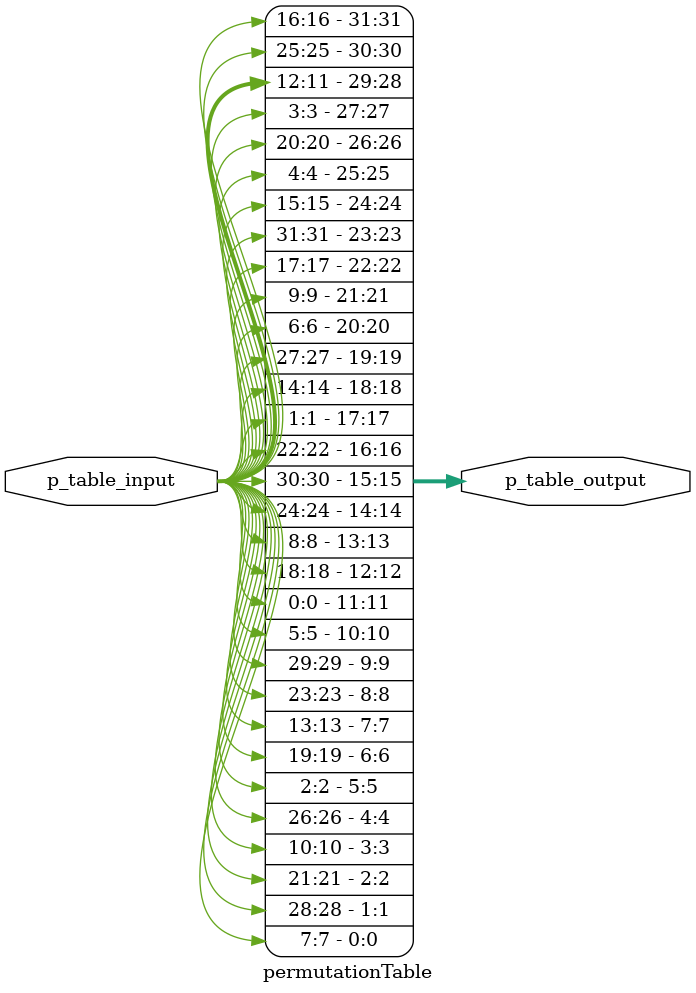
<source format=sv>
`timescale 1ns / 1ps


module permutationTable(
    input logic [31:0] p_table_input,
    output logic [31:0] p_table_output
    );

assign p_table_output[31] = p_table_input[32- 16];
assign p_table_output[30] = p_table_input[32 - 7];
assign p_table_output[29] = p_table_input[32 - 20];
assign p_table_output[28] = p_table_input[32 - 21];
assign p_table_output[27] = p_table_input[32 - 29];
assign p_table_output[26] = p_table_input[32 - 12];
assign p_table_output[25] = p_table_input[32 - 28];
assign p_table_output[24] = p_table_input[32 - 17] ;

assign p_table_output[23] = p_table_input[32 - 1];
assign p_table_output[22] = p_table_input[32 - 15];
assign p_table_output[21] = p_table_input[32 - 23];
assign p_table_output[20] = p_table_input[32 - 26];
assign p_table_output[19] = p_table_input[32 - 5];
assign p_table_output[18] = p_table_input[32 - 18];
assign p_table_output[17] = p_table_input[32 - 31];
assign p_table_output[16] = p_table_input[32 - 10] ;

assign p_table_output[15] = p_table_input[32 - 2];
assign p_table_output[14] = p_table_input[32 - 8];
assign p_table_output[13] = p_table_input[32 - 24];
assign p_table_output[12] = p_table_input[32 - 14];
assign p_table_output[11] = p_table_input[32 - 32];
assign p_table_output[10] = p_table_input[32 - 27];
assign p_table_output[9] =  p_table_input[32 - 3];
assign p_table_output[8] =  p_table_input[32 - 9] ;

assign p_table_output[7] =  p_table_input[32 - 19];
assign p_table_output[6] =  p_table_input[32 - 13];
assign p_table_output[5] =  p_table_input[32 - 30];
assign p_table_output[4] =  p_table_input[32 - 6];
assign p_table_output[3] =  p_table_input[32 - 22];
assign p_table_output[2] =  p_table_input[32 - 11];
assign p_table_output[1] =  p_table_input[32 - 4];
assign p_table_output[0] =  p_table_input[32 - 25] ;

endmodule

</source>
